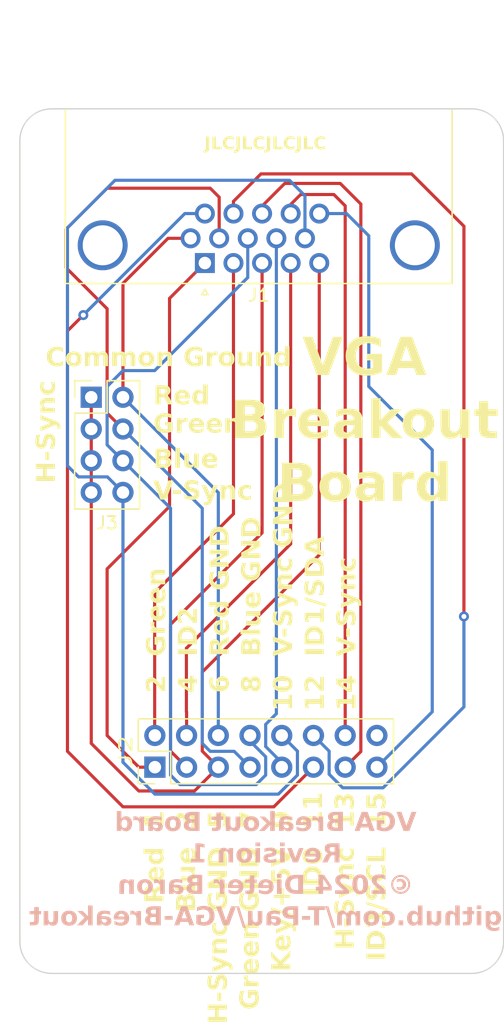
<source format=kicad_pcb>
(kicad_pcb (version 20221018) (generator pcbnew)
  (layers (0 "F.Cu" signal) (31 "B.Cu" signal) (34 "B.Paste" user) (35 "F.Paste" user) (36 "B.SilkS" user "B.Silkscreen") (37 "F.SilkS" user "F.Silkscreen") (38 "B.Mask" user) (39 "F.Mask" user) (44 "Edge.Cuts" user))
  (net 0 "")
  (net 1 "/RED")
  (net 2 "/GREEN")
  (net 3 "/BLUE")
  (net 4 "/ID2")
  (net 5 "/HGND")
  (net 6 "/RGND")
  (net 7 "/GGND")
  (net 8 "/BGND")
  (net 9 "/KEY")
  (net 10 "/VGND")
  (net 11 "/ID0")
  (net 12 "/ID1")
  (net 13 "/HSYNC")
  (net 14 "/VSYNC")
  (net 15 "/ID3")
  (footprint "Connector_PinHeader_2.54mm:PinHeader_2x08_P2.54mm_Vertical" (layer "F.Cu") (at 121.935 90.805 90)
    (fp_text reference "J2" (at 1.27 -2.33 90) (layer "F.SilkS") (effects (font (size 1 1.5))))
    (fp_text value "Conn_02x08_Top_Bottom")
    (fp_line (start -1.33 -1.33) (end 0 -1.33) (stroke (width 0.12)) (layer "F.SilkS"))
    (fp_line (start -1.33 0) (end -1.33 -1.33) (stroke (width 0.12)) (layer "F.SilkS"))
    (fp_line (start -1.33 1.27) (end -1.33 19.11) (stroke (width 0.12)) (layer "F.SilkS"))
    (fp_line (start -1.33 1.27) (end 1.27 1.27) (stroke (width 0.12)) (layer "F.SilkS"))
    (fp_line (start -1.33 19.11) (end 3.87 19.11) (stroke (width 0.12)) (layer "F.SilkS"))
    (fp_line (start 1.27 -1.33) (end 3.87 -1.33) (stroke (width 0.12)) (layer "F.SilkS"))
    (fp_line (start 1.27 1.27) (end 1.27 -1.33) (stroke (width 0.12)) (layer "F.SilkS"))
    (fp_line (start 3.87 -1.33) (end 3.87 19.11) (stroke (width 0.12)) (layer "F.SilkS"))
    (pad "1" thru_hole rect (at 0 0 90) (size 1.7 1.7) (drill 1) (layers "*.Cu" "*.Mask") (net 1 "/RED"))
    (pad "2" thru_hole oval (at 2.54 0 90) (size 1.7 1.7) (drill 1) (layers "*.Cu" "*.Mask") (net 2 "/GREEN"))
    (pad "3" thru_hole oval (at 0 2.54 90) (size 1.7 1.7) (drill 1) (layers "*.Cu" "*.Mask") (net 3 "/BLUE"))
    (pad "4" thru_hole oval (at 2.54 2.54 90) (size 1.7 1.7) (drill 1) (layers "*.Cu" "*.Mask") (net 4 "/ID2"))
    (pad "5" thru_hole oval (at 0 5.08 90) (size 1.7 1.7) (drill 1) (layers "*.Cu" "*.Mask") (net 5 "/HGND"))
    (pad "6" thru_hole oval (at 2.54 5.08 90) (size 1.7 1.7) (drill 1) (layers "*.Cu" "*.Mask") (net 6 "/RGND"))
    (pad "7" thru_hole oval (at 0 7.62 90) (size 1.7 1.7) (drill 1) (layers "*.Cu" "*.Mask") (net 7 "/GGND"))
    (pad "8" thru_hole oval (at 2.54 7.62 90) (size 1.7 1.7) (drill 1) (layers "*.Cu" "*.Mask") (net 8 "/BGND"))
    (pad "9" thru_hole oval (at 0 10.16 90) (size 1.7 1.7) (drill 1) (layers "*.Cu" "*.Mask") (net 9 "/KEY"))
    (pad "10" thru_hole oval (at 2.54 10.16 90) (size 1.7 1.7) (drill 1) (layers "*.Cu" "*.Mask") (net 10 "/VGND"))
    (pad "11" thru_hole oval (at 0 12.7 90) (size 1.7 1.7) (drill 1) (layers "*.Cu" "*.Mask") (net 11 "/ID0"))
    (pad "12" thru_hole oval (at 2.54 12.7 90) (size 1.7 1.7) (drill 1) (layers "*.Cu" "*.Mask") (net 12 "/ID1"))
    (pad "13" thru_hole oval (at 0 15.24 90) (size 1.7 1.7) (drill 1) (layers "*.Cu" "*.Mask") (net 13 "/HSYNC"))
    (pad "14" thru_hole oval (at 2.54 15.24 90) (size 1.7 1.7) (drill 1) (layers "*.Cu" "*.Mask") (net 14 "/VSYNC"))
    (pad "15" thru_hole oval (at 0 17.78 90) (size 1.7 1.7) (drill 1) (layers "*.Cu" "*.Mask") (net 15 "/ID3"))
    (pad "16" thru_hole oval (at 2.54 17.78 90) (size 1.7 1.7) (drill 1) (layers "*.Cu" "*.Mask"))
  )
  (footprint "Connector_PinHeader_2.54mm:PinHeader_2x04_P2.54mm_Vertical" (layer "F.Cu") (at 116.84 61.1886)
    (fp_text reference "J3" (at 1.27 10.0584) (layer "F.SilkS"))
    (fp_text value "Conn_02x04_Odd_Even")
    (fp_line (start -1.33 -1.33) (end 0 -1.33) (stroke (width 0.12)) (layer "F.SilkS"))
    (fp_line (start -1.33 0) (end -1.33 -1.33) (stroke (width 0.12)) (layer "F.SilkS"))
    (fp_line (start -1.33 1.27) (end -1.33 8.95) (stroke (width 0.12)) (layer "F.SilkS"))
    (fp_line (start -1.33 1.27) (end 1.27 1.27) (stroke (width 0.12)) (layer "F.SilkS"))
    (fp_line (start -1.33 8.95) (end 3.87 8.95) (stroke (width 0.12)) (layer "F.SilkS"))
    (fp_line (start 1.27 -1.33) (end 3.87 -1.33) (stroke (width 0.12)) (layer "F.SilkS"))
    (fp_line (start 1.27 1.27) (end 1.27 -1.33) (stroke (width 0.12)) (layer "F.SilkS"))
    (fp_line (start 3.87 -1.33) (end 3.87 8.95) (stroke (width 0.12)) (layer "F.SilkS"))
    (pad "1" thru_hole rect (at 0 0) (size 1.7 1.7) (drill 1) (layers "*.Cu" "*.Mask") (net 5 "/HGND"))
    (pad "2" thru_hole oval (at 2.54 0) (size 1.7 1.7) (drill 1) (layers "*.Cu" "*.Mask") (net 6 "/RGND"))
    (pad "3" thru_hole oval (at 0 2.54) (size 1.7 1.7) (drill 1) (layers "*.Cu" "*.Mask") (net 5 "/HGND"))
    (pad "4" thru_hole oval (at 2.54 2.54) (size 1.7 1.7) (drill 1) (layers "*.Cu" "*.Mask") (net 7 "/GGND"))
    (pad "5" thru_hole oval (at 0 5.08) (size 1.7 1.7) (drill 1) (layers "*.Cu" "*.Mask") (net 5 "/HGND"))
    (pad "6" thru_hole oval (at 2.54 5.08) (size 1.7 1.7) (drill 1) (layers "*.Cu" "*.Mask") (net 8 "/BGND"))
    (pad "7" thru_hole oval (at 0 7.62) (size 1.7 1.7) (drill 1) (layers "*.Cu" "*.Mask") (net 5 "/HGND"))
    (pad "8" thru_hole oval (at 2.54 7.62) (size 1.7 1.7) (drill 1) (layers "*.Cu" "*.Mask") (net 10 "/VGND"))
  )
  (footprint "Connector_Dsub:DSUB-15-HD_Female_Horizontal_P2.29x1.98mm_EdgePinOffset8.35mm_Housed_MountingHolesOffset10.89mm" (layer "F.Cu") (at 125.9394 50.442 180)
    (fp_text reference "J1" (at -4.315 -2.58) (layer "F.SilkS"))
    (fp_text value "DE15_Receptacle_HighDensity")
    (fp_line (start -19.8 -1.64) (end 11.17 -1.64) (stroke (width 0.12)) (layer "F.SilkS"))
    (fp_line (start -19.8 12.25) (end -19.8 -1.64) (stroke (width 0.12)) (layer "F.SilkS"))
    (fp_line (start -0.25 -2.534338) (end 0.25 -2.534338) (stroke (width 0.12)) (layer "F.SilkS"))
    (fp_line (start 0 -2.101325) (end -0.25 -2.534338) (stroke (width 0.12)) (layer "F.SilkS"))
    (fp_line (start 0.25 -2.534338) (end 0 -2.101325) (stroke (width 0.12)) (layer "F.SilkS"))
    (fp_line (start 11.17 -1.64) (end 11.17 12.25) (stroke (width 0.12)) (layer "F.SilkS"))
    (pad "0" thru_hole circle (at -16.815 1.42 180) (size 4 4) (drill 3.2) (layers "*.Cu" "*.Mask"))
    (pad "0" thru_hole circle (at 8.185 1.42 180) (size 4 4) (drill 3.2) (layers "*.Cu" "*.Mask"))
    (pad "1" thru_hole rect (at 0 0 180) (size 1.6 1.6) (drill 1) (layers "*.Cu" "*.Mask") (net 1 "/RED"))
    (pad "2" thru_hole circle (at -2.29 0 180) (size 1.6 1.6) (drill 1) (layers "*.Cu" "*.Mask") (net 2 "/GREEN"))
    (pad "3" thru_hole circle (at -4.58 0 180) (size 1.6 1.6) (drill 1) (layers "*.Cu" "*.Mask") (net 3 "/BLUE"))
    (pad "4" thru_hole circle (at -6.87 0 180) (size 1.6 1.6) (drill 1) (layers "*.Cu" "*.Mask") (net 4 "/ID2"))
    (pad "5" thru_hole circle (at -9.16 0 180) (size 1.6 1.6) (drill 1) (layers "*.Cu" "*.Mask") (net 5 "/HGND"))
    (pad "6" thru_hole circle (at 1.145 1.98 180) (size 1.6 1.6) (drill 1) (layers "*.Cu" "*.Mask") (net 6 "/RGND"))
    (pad "7" thru_hole circle (at -1.145 1.98 180) (size 1.6 1.6) (drill 1) (layers "*.Cu" "*.Mask") (net 7 "/GGND"))
    (pad "8" thru_hole circle (at -3.435 1.98 180) (size 1.6 1.6) (drill 1) (layers "*.Cu" "*.Mask") (net 8 "/BGND"))
    (pad "9" thru_hole circle (at -5.725 1.98 180) (size 1.6 1.6) (drill 1) (layers "*.Cu" "*.Mask") (net 9 "/KEY"))
    (pad "10" thru_hole circle (at -8.015 1.98 180) (size 1.6 1.6) (drill 1) (layers "*.Cu" "*.Mask") (net 10 "/VGND"))
    (pad "11" thru_hole circle (at 0 3.96 180) (size 1.6 1.6) (drill 1) (layers "*.Cu" "*.Mask") (net 11 "/ID0"))
    (pad "12" thru_hole circle (at -2.29 3.96 180) (size 1.6 1.6) (drill 1) (layers "*.Cu" "*.Mask") (net 12 "/ID1"))
    (pad "13" thru_hole circle (at -4.58 3.96 180) (size 1.6 1.6) (drill 1) (layers "*.Cu" "*.Mask") (net 13 "/HSYNC"))
    (pad "14" thru_hole circle (at -6.87 3.96 180) (size 1.6 1.6) (drill 1) (layers "*.Cu" "*.Mask") (net 14 "/VSYNC"))
    (pad "15" thru_hole circle (at -9.16 3.96 180) (size 1.6 1.6) (drill 1) (layers "*.Cu" "*.Mask") (net 15 "/ID3"))
  )
  (gr_arc (start 147.32 38.1) (mid 149.116051 38.843949) (end 149.86 40.64) (stroke (width 0.1)) (layer "Edge.Cuts"))
  (gr_line (start 111.125 104.775) (end 111.125 40.64) (stroke (width 0.1)) (layer "Edge.Cuts"))
  (gr_line (start 113.665 38.1) (end 147.32 38.1) (stroke (width 0.1)) (layer "Edge.Cuts"))
  (gr_arc (start 149.86 104.775) (mid 149.116051 106.571051) (end 147.32 107.315) (stroke (width 0.1)) (layer "Edge.Cuts"))
  (gr_arc (start 111.125 40.64) (mid 111.868949 38.843949) (end 113.665 38.1) (stroke (width 0.1)) (layer "Edge.Cuts"))
  (gr_line (start 147.32 107.315) (end 113.665 107.315) (stroke (width 0.1)) (layer "Edge.Cuts"))
  (gr_arc (start 113.665 107.315) (mid 111.868949 106.571051) (end 111.125 104.775) (stroke (width 0.1)) (layer "Edge.Cuts"))
  (gr_line (start 149.86 40.64) (end 149.86 104.775) (stroke (width 0.1)) (layer "Edge.Cuts"))
  (gr_text "VGA Breakout Board\nRevision 1\n©2024 Dieter Baron\ngithub.com/T-Pau/VGA-Breakout" (at 130.8 103.725) (layer "B.SilkS") (effects (font (size 1.5 1.5)) (justify bottom mirror)))
  (gr_text "ID0  11" (at 135.573 92.802 90) (layer "F.SilkS") (effects (font (size 1.5 1.5)) (justify right bottom)))
  (gr_text "Blue" (at 121.8 67.0944) (layer "F.SilkS") (effects (font (size 1.5 1.5)) (justify left bottom)))
  (gr_text "ID3/SCL  15" (at 140.653 92.802 90) (layer "F.SilkS") (effects (font (size 1.5 1.5)) (justify right bottom)))
  (gr_text "Common Ground" (at 113.175 58.95) (layer "F.SilkS") (effects (font (size 1.5 1.5)) (justify left bottom)))
  (gr_text "Red" (at 121.8 62.0144) (layer "F.SilkS") (effects (font (size 1.5 1.5)) (justify left bottom)))
  (gr_text "H-Sync" (at 114.18 68.085 90) (layer "F.SilkS") (effects (font (size 1.5 1.5)) (justify left bottom)))
  (gr_text "JLCJLCJLCJLC" (at 125.9 41.5) (layer "F.SilkS") (effects (font (size 1 1)) (justify left bottom)))
  (gr_text "Key/+5V  9  " (at 133.033 92.802 90) (layer "F.SilkS") (effects (font (size 1.5 1.5)) (justify right bottom)))
  (gr_text "14  V-Sync" (at 138.255 86.325 90) (layer "F.SilkS") (effects (font (size 1.5 1.5)) (justify left bottom)))
  (gr_text "Red  1  " (at 122.873 92.802 90) (layer "F.SilkS") (effects (font (size 1.5 1.5)) (justify right bottom)))
  (gr_text "V-Sync" (at 121.8 69.6344) (layer "F.SilkS") (effects (font (size 1.5 1.5)) (justify left bottom)))
  (gr_text "  2  Green" (at 123.015 86.325 90) (layer "F.SilkS") (effects (font (size 1.5 1.5)) (justify left bottom)))
  (gr_text "Blue  3  " (at 125.413 92.802 90) (layer "F.SilkS") (effects (font (size 1.5 1.5)) (justify right bottom)))
  (gr_text "  8  Blue GND" (at 130.635 86.325 90) (layer "F.SilkS") (effects (font (size 1.5 1.5)) (justify left bottom)))
  (gr_text "  4  ID2" (at 125.555 86.325 90) (layer "F.SilkS") (effects (font (size 1.5 1.5)) (justify left bottom)))
  (gr_text "12  ID1/SDA" (at 135.715 86.325 90) (layer "F.SilkS") (effects (font (size 1.5 1.5)) (justify left bottom)))
  (gr_text "Green" (at 121.8 64.275) (layer "F.SilkS") (effects (font (size 1.5 1.5)) (justify left bottom)))
  (gr_text "H-Sync GND  5  " (at 127.953 92.802 90) (layer "F.SilkS") (effects (font (size 1.5 1.5)) (justify right bottom)))
  (gr_text "Green GND  7  " (at 130.493 92.802 90) (layer "F.SilkS") (effects (font (size 1.5 1.5)) (justify right bottom)))
  (gr_text "VGA\nBreakout\nBoard" (at 138.725 70) (layer "F.SilkS") (effects (font (size 3 3) (thickness 0.3)) (justify bottom)))
  (gr_text "  6  Red GND" (at 128.095 86.325 90) (layer "F.SilkS") (effects (font (size 1.5 1.5)) (justify left bottom)))
  (gr_text "H-Sync  13" (at 138.113 92.802 90) (layer "F.SilkS") (effects (font (size 1.5 1.5)) (justify right bottom)))
  (gr_text "10  V-Sync GND" (at 133.175 86.325 90) (layer "F.SilkS") (effects (font (size 1.5 1.5)) (justify left bottom)))
  (segment (start 123.11 53.2714) (end 123.11 69.93) (width 0.25) (layer "F.Cu") (net 1))
  (segment (start 123.11 69.93) (end 118.11 74.93) (width 0.25) (layer "F.Cu") (net 1))
  (segment (start 118.11 74.93) (end 118.11 88.265) (width 0.25) (layer "F.Cu") (net 1))
  (segment (start 118.11 88.265) (end 120.65 90.805) (width 0.25) (layer "F.Cu") (net 1))
  (segment (start 120.65 90.805) (end 121.935 90.805) (width 0.25) (layer "F.Cu") (net 1))
  (segment (start 125.9394 50.442) (end 123.11 53.2714) (width 0.25) (layer "F.Cu") (net 1))
  (segment (start 128.2294 50.442) (end 128.2294 70.5256) (width 0.25) (layer "F.Cu") (net 2))
  (segment (start 121.92 88.25) (end 121.935 88.265) (width 0.25) (layer "F.Cu") (net 2))
  (segment (start 128.2294 70.5256) (end 121.92 76.835) (width 0.25) (layer "F.Cu") (net 2))
  (segment (start 121.92 76.835) (end 121.92 88.25) (width 0.25) (layer "F.Cu") (net 2))
  (segment (start 130.5194 72.0456) (end 123.19 79.375) (width 0.25) (layer "F.Cu") (net 3))
  (segment (start 130.5194 50.442) (end 130.5194 72.0456) (width 0.25) (layer "F.Cu") (net 3))
  (segment (start 123.19 79.375) (end 123.19 89.52) (width 0.25) (layer "F.Cu") (net 3))
  (segment (start 123.19 89.52) (end 124.475 90.805) (width 0.25) (layer "F.Cu") (net 3))
  (segment (start 124.46 86.36) (end 124.475 86.375) (width 0.25) (layer "F.Cu") (net 4))
  (segment (start 124.46 81.28) (end 124.46 86.36) (width 0.25) (layer "F.Cu") (net 4))
  (segment (start 132.8094 72.9306) (end 124.46 81.28) (width 0.25) (layer "F.Cu") (net 4))
  (segment (start 124.475 86.375) (end 124.475 88.265) (width 0.25) (layer "F.Cu") (net 4))
  (segment (start 132.8094 50.442) (end 132.8094 72.9306) (width 0.25) (layer "F.Cu") (net 4))
  (segment (start 125.73 89.52) (end 127.015 90.805) (width 0.25) (layer "F.Cu") (net 5))
  (segment (start 125.11 92.71) (end 127.015 90.805) (width 0.25) (layer "F.Cu") (net 5))
  (segment (start 116.84 61.1886) (end 116.84 63.7286) (width 0.25) (layer "F.Cu") (net 5))
  (segment (start 125.73 83.185) (end 125.73 89.52) (width 0.25) (layer "F.Cu") (net 5))
  (segment (start 135.0994 73.8156) (end 125.73 83.185) (width 0.25) (layer "F.Cu") (net 5))
  (segment (start 116.84 66.2686) (end 116.84 68.8086) (width 0.25) (layer "F.Cu") (net 5))
  (segment (start 116.84 68.8086) (end 116.84 88.9) (width 0.25) (layer "F.Cu") (net 5))
  (segment (start 135.0994 50.442) (end 135.0994 73.8156) (width 0.25) (layer "F.Cu") (net 5))
  (segment (start 116.84 63.7286) (end 116.84 66.2686) (width 0.25) (layer "F.Cu") (net 5))
  (segment (start 116.84 88.9) (end 120.65 92.71) (width 0.25) (layer "F.Cu") (net 5))
  (segment (start 120.65 92.71) (end 125.11 92.71) (width 0.25) (layer "F.Cu") (net 5))
  (segment (start 122.988 48.462) (end 119.38 52.07) (width 0.25) (layer "F.Cu") (net 6))
  (segment (start 124.7944 48.462) (end 122.988 48.462) (width 0.25) (layer "F.Cu") (net 6))
  (segment (start 119.38 52.07) (end 119.38 61.1886) (width 0.25) (layer "F.Cu") (net 6))
  (segment (start 127.015 68.8236) (end 127.015 88.265) (width 0.25) (layer "B.Cu") (net 6))
  (segment (start 119.38 61.1886) (end 127.015 68.8236) (width 0.25) (layer "B.Cu") (net 6))
  (segment (start 118.11 54.102) (end 118.11 62.4586) (width 0.25) (layer "F.Cu") (net 7))
  (segment (start 127.0844 45.1694) (end 126.365 44.45) (width 0.25) (layer "F.Cu") (net 7))
  (segment (start 126.365 44.45) (end 118.11 44.45) (width 0.25) (layer "F.Cu") (net 7))
  (segment (start 127.0844 48.462) (end 127.0844 45.1694) (width 0.25) (layer "F.Cu") (net 7))
  (segment (start 114.81488 47.74512) (end 114.81488 50.80688) (width 0.25) (layer "F.Cu") (net 7))
  (segment (start 114.81488 50.80688) (end 118.11 54.102) (width 0.25) (layer "F.Cu") (net 7))
  (segment (start 118.11 44.45) (end 114.81488 47.74512) (width 0.25) (layer "F.Cu") (net 7))
  (segment (start 118.11 62.4586) (end 119.38 63.7286) (width 0.25) (layer "F.Cu") (net 7))
  (segment (start 119.38 63.7286) (end 125.73 70.0786) (width 0.25) (layer "B.Cu") (net 7))
  (segment (start 125.73 70.0786) (end 125.73 88.9) (width 0.25) (layer "B.Cu") (net 7))
  (segment (start 126.365 89.535) (end 128.285 89.535) (width 0.25) (layer "B.Cu") (net 7))
  (segment (start 128.285 89.535) (end 129.555 90.805) (width 0.25) (layer "B.Cu") (net 7))
  (segment (start 125.73 88.9) (end 126.365 89.535) (width 0.25) (layer "B.Cu") (net 7))
  (segment (start 130.048 92.202) (end 130.81 91.44) (width 0.25) (layer "B.Cu") (net 8))
  (segment (start 118.11 64.9986) (end 119.38 66.2686) (width 0.25) (layer "B.Cu") (net 8))
  (segment (start 119.38 59.055) (end 118.11 60.325) (width 0.25) (layer "B.Cu") (net 8))
  (segment (start 130.81 91.44) (end 130.81 89.972) (width 0.25) (layer "B.Cu") (net 8))
  (segment (start 129.555 88.717) (end 129.555 88.265) (width 0.25) (layer "B.Cu") (net 8))
  (segment (start 118.11 60.325) (end 118.11 64.9986) (width 0.25) (layer "B.Cu") (net 8))
  (segment (start 121.92 59.055) (end 119.38 59.055) (width 0.25) (layer "B.Cu") (net 8))
  (segment (start 123.19 70.0786) (end 123.19 91.44) (width 0.25) (layer "B.Cu") (net 8))
  (segment (start 130.81 89.972) (end 129.555 88.717) (width 0.25) (layer "B.Cu") (net 8))
  (segment (start 129.3744 51.6006) (end 121.92 59.055) (width 0.25) (layer "B.Cu") (net 8))
  (segment (start 129.3744 48.462) (end 129.3744 51.6006) (width 0.25) (layer "B.Cu") (net 8))
  (segment (start 119.38 66.2686) (end 123.19 70.0786) (width 0.25) (layer "B.Cu") (net 8))
  (segment (start 123.952 92.202) (end 130.048 92.202) (width 0.25) (layer "B.Cu") (net 8))
  (segment (start 123.19 91.44) (end 123.952 92.202) (width 0.25) (layer "B.Cu") (net 8))
  (segment (start 130.81 89.154) (end 132.095 90.439) (width 0.25) (layer "B.Cu") (net 9))
  (segment (start 132.095 90.439) (end 132.095 90.805) (width 0.25) (layer "B.Cu") (net 9))
  (segment (start 131.6644 86.5216) (end 130.81 87.376) (width 0.25) (layer "B.Cu") (net 9))
  (segment (start 130.81 87.376) (end 130.81 89.154) (width 0.25) (layer "B.Cu") (net 9))
  (segment (start 131.6644 48.462) (end 131.6644 86.5216) (width 0.25) (layer "B.Cu") (net 9))
  (segment (start 119.38 90.40962) (end 121.93438 92.964) (width 0.25) (layer "B.Cu") (net 10))
  (segment (start 131.826 92.964) (end 133.35 91.44) (width 0.25) (layer "B.Cu") (net 10))
  (segment (start 133.35 91.44) (end 133.35 89.52) (width 0.25) (layer "B.Cu") (net 10))
  (segment (start 132.715 43.815) (end 118.745 43.815) (width 0.25) (layer "B.Cu") (net 10))
  (segment (start 121.93438 92.964) (end 131.826 92.964) (width 0.25) (layer "B.Cu") (net 10))
  (segment (start 118.1354 67.564) (end 119.38 68.8086) (width 0.25) (layer "B.Cu") (net 10))
  (segment (start 133.9544 45.0544) (end 132.715 43.815) (width 0.25) (layer "B.Cu") (net 10))
  (segment (start 118.745 43.815) (end 114.935 47.625) (width 0.25) (layer "B.Cu") (net 10))
  (segment (start 119.38 68.8086) (end 119.38 90.40962) (width 0.25) (layer "B.Cu") (net 10))
  (segment (start 133.35 89.52) (end 132.095 88.265) (width 0.25) (layer "B.Cu") (net 10))
  (segment (start 114.935 66.675) (end 115.824 67.564) (width 0.25) (layer "B.Cu") (net 10))
  (segment (start 133.9544 48.462) (end 133.9544 45.0544) (width 0.25) (layer "B.Cu") (net 10))
  (segment (start 115.824 67.564) (end 118.1354 67.564) (width 0.25) (layer "B.Cu") (net 10))
  (segment (start 114.935 47.625) (end 114.935 66.675) (width 0.25) (layer "B.Cu") (net 10))
  (segment (start 114.935 89.535) (end 119.38 93.98) (width 0.25) (layer "F.Cu") (net 11))
  (segment (start 114.935 55.88) (end 114.935 89.535) (width 0.25) (layer "F.Cu") (net 11))
  (segment (start 119.38 93.98) (end 131.46 93.98) (width 0.25) (layer "F.Cu") (net 11))
  (segment (start 116.205 54.61) (end 114.935 55.88) (width 0.25) (layer "F.Cu") (net 11))
  (segment (start 131.46 93.98) (end 134.635 90.805) (width 0.25) (layer "F.Cu") (net 11))
  (via (at 116.205 54.61) (size 0.8) (drill 0.4) (layers "F.Cu" "B.Cu") (net 11))
  (segment (start 116.205 54.61) (end 116.3764 54.4386) (width 0.25) (layer "B.Cu") (net 11))
  (segment (start 125.9394 46.482) (end 124.333 46.482) (width 0.25) (layer "B.Cu") (net 11))
  (segment (start 124.333 46.482) (end 116.205 54.61) (width 0.25) (layer "B.Cu") (net 11))
  (segment (start 142.494 43.307) (end 146.685 47.498) (width 0.25) (layer "F.Cu") (net 12))
  (segment (start 128.2294 46.482) (end 128.2294 45.5066) (width 0.25) (layer "F.Cu") (net 12))
  (segment (start 146.685 47.498) (end 146.685 78.74) (width 0.25) (layer "F.Cu") (net 12))
  (segment (start 130.429 43.307) (end 142.494 43.307) (width 0.25) (layer "F.Cu") (net 12))
  (segment (start 128.2294 45.5066) (end 130.429 43.307) (width 0.25) (layer "F.Cu") (net 12))
  (via (at 146.685 78.74) (size 0.8) (drill 0.4) (layers "F.Cu" "B.Cu") (net 12))
  (segment (start 135.89 89.52) (end 134.635 88.265) (width 0.25) (layer "B.Cu") (net 12))
  (segment (start 136.975946 92.456) (end 135.89 91.370054) (width 0.25) (layer "B.Cu") (net 12))
  (segment (start 135.89 91.370054) (end 135.89 89.52) (width 0.25) (layer "B.Cu") (net 12))
  (segment (start 146.685 85.979) (end 140.208 92.456) (width 0.25) (layer "B.Cu") (net 12))
  (segment (start 140.208 92.456) (end 136.975946 92.456) (width 0.25) (layer "B.Cu") (net 12))
  (segment (start 146.685 78.74) (end 146.685 85.979) (width 0.25) (layer "B.Cu") (net 12))
  (segment (start 130.5194 46.482) (end 130.5194 45.8836) (width 0.25) (layer "F.Cu") (net 13))
  (segment (start 132.334 44.069) (end 136.779 44.069) (width 0.25) (layer "F.Cu") (net 13))
  (segment (start 138.43 89.55) (end 137.175 90.805) (width 0.25) (layer "F.Cu") (net 13))
  (segment (start 130.5194 45.8836) (end 132.334 44.069) (width 0.25) (layer "F.Cu") (net 13))
  (segment (start 136.779 44.069) (end 138.43 45.72) (width 0.25) (layer "F.Cu") (net 13))
  (segment (start 138.43 45.72) (end 138.43 89.55) (width 0.25) (layer "F.Cu") (net 13))
  (segment (start 136.271 44.958) (end 137.175 45.862) (width 0.25) (layer "F.Cu") (net 14))
  (segment (start 132.8094 46.482) (end 132.8094 45.7526) (width 0.25) (layer "F.Cu") (net 14))
  (segment (start 132.8094 45.7526) (end 133.604 44.958) (width 0.25) (layer "F.Cu") (net 14))
  (segment (start 137.175 45.862) (end 137.175 88.265) (width 0.25) (layer "F.Cu") (net 14))
  (segment (start 133.604 44.958) (end 136.271 44.958) (width 0.25) (layer "F.Cu") (net 14))
  (segment (start 137.287 46.482) (end 139.065 48.26) (width 0.25) (layer "B.Cu") (net 15))
  (segment (start 139.065 48.26) (end 139.065 60.325) (width 0.25) (layer "B.Cu") (net 15))
  (segment (start 139.065 60.325) (end 144.145 65.405) (width 0.25) (layer "B.Cu") (net 15))
  (segment (start 144.145 86.375) (end 139.715 90.805) (width 0.25) (layer "B.Cu") (net 15))
  (segment (start 144.145 65.405) (end 144.145 86.375) (width 0.25) (layer "B.Cu") (net 15))
  (segment (start 135.0994 46.482) (end 137.287 46.482) (width 0.25) (layer "B.Cu") (net 15))
)
</source>
